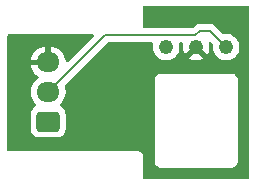
<source format=gbr>
%TF.GenerationSoftware,KiCad,Pcbnew,8.0.0*%
%TF.CreationDate,2024-04-26T15:12:55-04:00*%
%TF.ProjectId,Receiver,52656365-6976-4657-922e-6b696361645f,rev?*%
%TF.SameCoordinates,Original*%
%TF.FileFunction,Copper,L2,Bot*%
%TF.FilePolarity,Positive*%
%FSLAX46Y46*%
G04 Gerber Fmt 4.6, Leading zero omitted, Abs format (unit mm)*
G04 Created by KiCad (PCBNEW 8.0.0) date 2024-04-26 15:12:55*
%MOMM*%
%LPD*%
G01*
G04 APERTURE LIST*
G04 Aperture macros list*
%AMRoundRect*
0 Rectangle with rounded corners*
0 $1 Rounding radius*
0 $2 $3 $4 $5 $6 $7 $8 $9 X,Y pos of 4 corners*
0 Add a 4 corners polygon primitive as box body*
4,1,4,$2,$3,$4,$5,$6,$7,$8,$9,$2,$3,0*
0 Add four circle primitives for the rounded corners*
1,1,$1+$1,$2,$3*
1,1,$1+$1,$4,$5*
1,1,$1+$1,$6,$7*
1,1,$1+$1,$8,$9*
0 Add four rect primitives between the rounded corners*
20,1,$1+$1,$2,$3,$4,$5,0*
20,1,$1+$1,$4,$5,$6,$7,0*
20,1,$1+$1,$6,$7,$8,$9,0*
20,1,$1+$1,$8,$9,$2,$3,0*%
G04 Aperture macros list end*
%TA.AperFunction,ComponentPad*%
%ADD10C,1.219200*%
%TD*%
%TA.AperFunction,ComponentPad*%
%ADD11RoundRect,0.250000X0.725000X-0.600000X0.725000X0.600000X-0.725000X0.600000X-0.725000X-0.600000X0*%
%TD*%
%TA.AperFunction,ComponentPad*%
%ADD12O,1.950000X1.700000*%
%TD*%
%TA.AperFunction,Conductor*%
%ADD13C,0.200000*%
%TD*%
G04 APERTURE END LIST*
D10*
%TO.P,U1,1,1*%
%TO.N,Net-(R1-Pad2)*%
X202730000Y-83000000D03*
%TO.P,U1,2,2*%
%TO.N,GND*%
X205270000Y-83000000D03*
%TO.P,U1,3,3*%
%TO.N,Net-(J1-Pin_2)*%
X207810000Y-83000000D03*
%TD*%
D11*
%TO.P,J1,1,Pin_1*%
%TO.N,Net-(J1-Pin_1)*%
X192725000Y-89300000D03*
D12*
%TO.P,J1,2,Pin_2*%
%TO.N,Net-(J1-Pin_2)*%
X192725000Y-86800000D03*
%TO.P,J1,3,Pin_3*%
%TO.N,GND*%
X192725000Y-84300000D03*
%TD*%
D13*
%TO.N,Net-(J1-Pin_2)*%
X205200000Y-82000000D02*
X197525000Y-82000000D01*
X205600000Y-81600000D02*
X205200000Y-82000000D01*
X206410000Y-81600000D02*
X205600000Y-81600000D01*
X207810000Y-83000000D02*
X206410000Y-81600000D01*
X197525000Y-82000000D02*
X192725000Y-86800000D01*
%TD*%
%TA.AperFunction,Conductor*%
%TO.N,GND*%
G36*
X209714517Y-79520185D02*
G01*
X209760272Y-79572989D01*
X209771478Y-79624500D01*
X209771478Y-94075500D01*
X209751793Y-94142539D01*
X209698989Y-94188294D01*
X209647478Y-94199500D01*
X200896478Y-94199500D01*
X200829439Y-94179815D01*
X200783684Y-94127011D01*
X200772478Y-94075500D01*
X200772478Y-92765891D01*
X201771478Y-92765891D01*
X201805586Y-92893187D01*
X201838532Y-92950250D01*
X201871478Y-93007314D01*
X201964664Y-93100500D01*
X202078792Y-93166392D01*
X202206086Y-93200500D01*
X202206088Y-93200500D01*
X208337868Y-93200500D01*
X208337870Y-93200500D01*
X208465164Y-93166392D01*
X208579292Y-93100500D01*
X208672478Y-93007314D01*
X208738370Y-92893186D01*
X208772478Y-92765892D01*
X208772478Y-85684108D01*
X208738370Y-85556814D01*
X208672478Y-85442686D01*
X208579292Y-85349500D01*
X208522228Y-85316554D01*
X208465165Y-85283608D01*
X208401517Y-85266554D01*
X208337870Y-85249500D01*
X202337870Y-85249500D01*
X202206086Y-85249500D01*
X202078790Y-85283608D01*
X201964664Y-85349500D01*
X201964661Y-85349502D01*
X201871480Y-85442683D01*
X201871478Y-85442686D01*
X201805586Y-85556812D01*
X201771478Y-85684108D01*
X201771478Y-92765891D01*
X200772478Y-92765891D01*
X200772478Y-92234110D01*
X200772478Y-92234108D01*
X200738370Y-92106814D01*
X200672478Y-91992686D01*
X200579292Y-91899500D01*
X200522228Y-91866554D01*
X200465165Y-91833608D01*
X200401517Y-91816554D01*
X200337870Y-91799500D01*
X200337869Y-91799500D01*
X189396478Y-91799500D01*
X189329439Y-91779815D01*
X189283684Y-91727011D01*
X189272478Y-91675500D01*
X189272478Y-82024500D01*
X189292163Y-81957461D01*
X189344967Y-81911706D01*
X189396478Y-81900500D01*
X196475903Y-81900500D01*
X196542942Y-81920185D01*
X196588697Y-81972989D01*
X196598641Y-82042147D01*
X196569616Y-82105703D01*
X196563584Y-82112181D01*
X194410642Y-84265121D01*
X194349319Y-84298606D01*
X194279627Y-84293622D01*
X194223694Y-84251750D01*
X194200488Y-84196838D01*
X194166757Y-83983872D01*
X194166757Y-83983869D01*
X194101095Y-83781782D01*
X194004620Y-83592442D01*
X193879727Y-83420540D01*
X193879723Y-83420535D01*
X193729464Y-83270276D01*
X193729459Y-83270272D01*
X193557557Y-83145379D01*
X193368217Y-83048904D01*
X193166128Y-82983242D01*
X192975000Y-82952969D01*
X192975000Y-83895854D01*
X192908343Y-83857370D01*
X192787535Y-83825000D01*
X192662465Y-83825000D01*
X192541657Y-83857370D01*
X192475000Y-83895854D01*
X192475000Y-82952969D01*
X192283872Y-82983242D01*
X192283869Y-82983242D01*
X192081782Y-83048904D01*
X191892442Y-83145379D01*
X191720540Y-83270272D01*
X191720535Y-83270276D01*
X191570276Y-83420535D01*
X191570272Y-83420540D01*
X191445379Y-83592442D01*
X191348904Y-83781782D01*
X191283242Y-83983870D01*
X191283242Y-83983873D01*
X191272769Y-84050000D01*
X192320854Y-84050000D01*
X192282370Y-84116657D01*
X192250000Y-84237465D01*
X192250000Y-84362535D01*
X192282370Y-84483343D01*
X192320854Y-84550000D01*
X191272769Y-84550000D01*
X191283242Y-84616126D01*
X191283242Y-84616129D01*
X191348904Y-84818217D01*
X191445379Y-85007557D01*
X191570272Y-85179459D01*
X191570276Y-85179464D01*
X191720535Y-85329723D01*
X191720540Y-85329727D01*
X191885218Y-85449372D01*
X191927884Y-85504701D01*
X191933863Y-85574315D01*
X191901258Y-85636110D01*
X191885218Y-85650008D01*
X191720214Y-85769890D01*
X191720209Y-85769894D01*
X191569890Y-85920213D01*
X191444951Y-86092179D01*
X191348444Y-86281585D01*
X191282753Y-86483760D01*
X191249500Y-86693713D01*
X191249500Y-86906286D01*
X191282753Y-87116239D01*
X191348444Y-87318414D01*
X191444951Y-87507820D01*
X191569890Y-87679786D01*
X191708705Y-87818601D01*
X191742190Y-87879924D01*
X191737206Y-87949616D01*
X191695334Y-88005549D01*
X191686121Y-88011821D01*
X191531342Y-88107289D01*
X191407289Y-88231342D01*
X191315187Y-88380663D01*
X191315186Y-88380666D01*
X191260001Y-88547203D01*
X191260001Y-88547204D01*
X191260000Y-88547204D01*
X191249500Y-88649983D01*
X191249500Y-89950001D01*
X191249501Y-89950018D01*
X191260000Y-90052796D01*
X191260001Y-90052799D01*
X191315185Y-90219331D01*
X191315186Y-90219334D01*
X191407288Y-90368656D01*
X191531344Y-90492712D01*
X191680666Y-90584814D01*
X191847203Y-90639999D01*
X191949991Y-90650500D01*
X193500008Y-90650499D01*
X193602797Y-90639999D01*
X193769334Y-90584814D01*
X193918656Y-90492712D01*
X194042712Y-90368656D01*
X194134814Y-90219334D01*
X194189999Y-90052797D01*
X194200500Y-89950009D01*
X194200499Y-88649992D01*
X194189999Y-88547203D01*
X194134814Y-88380666D01*
X194042712Y-88231344D01*
X193918656Y-88107288D01*
X193769334Y-88015186D01*
X193769333Y-88015185D01*
X193763878Y-88011821D01*
X193717154Y-87959873D01*
X193705931Y-87890910D01*
X193733775Y-87826828D01*
X193741272Y-87818623D01*
X193880104Y-87679792D01*
X194005051Y-87507816D01*
X194101557Y-87318412D01*
X194167246Y-87116243D01*
X194200500Y-86906287D01*
X194200500Y-86693713D01*
X194167246Y-86483757D01*
X194122851Y-86347126D01*
X194120857Y-86277290D01*
X194153100Y-86221133D01*
X197737416Y-82636819D01*
X197798739Y-82603334D01*
X197825097Y-82600500D01*
X201525306Y-82600500D01*
X201592345Y-82620185D01*
X201638100Y-82672989D01*
X201648044Y-82742147D01*
X201644573Y-82758433D01*
X201634126Y-82795148D01*
X201615144Y-83000000D01*
X201634126Y-83204849D01*
X201690427Y-83402730D01*
X201690431Y-83402740D01*
X201781997Y-83586629D01*
X201782130Y-83586896D01*
X201844120Y-83668985D01*
X201906112Y-83751076D01*
X202058146Y-83889672D01*
X202058151Y-83889676D01*
X202233062Y-83997976D01*
X202233063Y-83997976D01*
X202233066Y-83997978D01*
X202424905Y-84072297D01*
X202627134Y-84110100D01*
X202627136Y-84110100D01*
X202832864Y-84110100D01*
X202832866Y-84110100D01*
X203035095Y-84072297D01*
X203226934Y-83997978D01*
X203401851Y-83889674D01*
X203553889Y-83751074D01*
X203677870Y-83586896D01*
X203769572Y-83402732D01*
X203825873Y-83204854D01*
X203844856Y-83000000D01*
X203825873Y-82795146D01*
X203815427Y-82758431D01*
X203816015Y-82688566D01*
X203854282Y-82630108D01*
X203918079Y-82601618D01*
X203934694Y-82600500D01*
X204065826Y-82600500D01*
X204132865Y-82620185D01*
X204178620Y-82672989D01*
X204188564Y-82742147D01*
X204185092Y-82758435D01*
X204174619Y-82795239D01*
X204155646Y-82999999D01*
X204155646Y-83000000D01*
X204174619Y-83204761D01*
X204174620Y-83204763D01*
X204230894Y-83402546D01*
X204230900Y-83402561D01*
X204322556Y-83586629D01*
X204322556Y-83586630D01*
X204325679Y-83590766D01*
X204914400Y-83002045D01*
X204914400Y-83046816D01*
X204938634Y-83137256D01*
X204985450Y-83218343D01*
X205051657Y-83284550D01*
X205132744Y-83331366D01*
X205223184Y-83355600D01*
X205267953Y-83355600D01*
X204682337Y-83941213D01*
X204773289Y-83997528D01*
X204773291Y-83997529D01*
X204965040Y-84071812D01*
X205167182Y-84109600D01*
X205372818Y-84109600D01*
X205574959Y-84071812D01*
X205766709Y-83997529D01*
X205766710Y-83997528D01*
X205857661Y-83941213D01*
X205272048Y-83355600D01*
X205316816Y-83355600D01*
X205407256Y-83331366D01*
X205488343Y-83284550D01*
X205554550Y-83218343D01*
X205601366Y-83137256D01*
X205625600Y-83046816D01*
X205625600Y-83002047D01*
X206214319Y-83590766D01*
X206214320Y-83590766D01*
X206217440Y-83586635D01*
X206217443Y-83586629D01*
X206309099Y-83402561D01*
X206309105Y-83402546D01*
X206365379Y-83204763D01*
X206365380Y-83204761D01*
X206384354Y-83000000D01*
X206384354Y-82999999D01*
X206365380Y-82795239D01*
X206340699Y-82708497D01*
X206341285Y-82638630D01*
X206379551Y-82580171D01*
X206443348Y-82551680D01*
X206512421Y-82562204D01*
X206547646Y-82586881D01*
X206676509Y-82715744D01*
X206709994Y-82777067D01*
X206712299Y-82814866D01*
X206695144Y-82999999D01*
X206714126Y-83204849D01*
X206770427Y-83402730D01*
X206770431Y-83402740D01*
X206861997Y-83586629D01*
X206862130Y-83586896D01*
X206924120Y-83668985D01*
X206986112Y-83751076D01*
X207138146Y-83889672D01*
X207138151Y-83889676D01*
X207313062Y-83997976D01*
X207313063Y-83997976D01*
X207313066Y-83997978D01*
X207504905Y-84072297D01*
X207707134Y-84110100D01*
X207707136Y-84110100D01*
X207912864Y-84110100D01*
X207912866Y-84110100D01*
X208115095Y-84072297D01*
X208306934Y-83997978D01*
X208481851Y-83889674D01*
X208633889Y-83751074D01*
X208757870Y-83586896D01*
X208849572Y-83402732D01*
X208905873Y-83204854D01*
X208924856Y-83000000D01*
X208905873Y-82795146D01*
X208849572Y-82597268D01*
X208832112Y-82562204D01*
X208757870Y-82413105D01*
X208757870Y-82413104D01*
X208633889Y-82248926D01*
X208633887Y-82248923D01*
X208481853Y-82110327D01*
X208481848Y-82110323D01*
X208306937Y-82002023D01*
X208306931Y-82002021D01*
X208115095Y-81927703D01*
X207912866Y-81889900D01*
X207707134Y-81889900D01*
X207707132Y-81889900D01*
X207638264Y-81902773D01*
X207568749Y-81895741D01*
X207527800Y-81868565D01*
X206897590Y-81238355D01*
X206897588Y-81238352D01*
X206778717Y-81119481D01*
X206778716Y-81119480D01*
X206691904Y-81069360D01*
X206691904Y-81069359D01*
X206691900Y-81069358D01*
X206641785Y-81040423D01*
X206489057Y-80999499D01*
X206330943Y-80999499D01*
X206323347Y-80999499D01*
X206323331Y-80999500D01*
X205520940Y-80999500D01*
X205480019Y-81010464D01*
X205480019Y-81010465D01*
X205442751Y-81020451D01*
X205368214Y-81040423D01*
X205368209Y-81040426D01*
X205231290Y-81119475D01*
X205231282Y-81119481D01*
X204987583Y-81363181D01*
X204926260Y-81396666D01*
X204899902Y-81399500D01*
X200896478Y-81399500D01*
X200829439Y-81379815D01*
X200783684Y-81327011D01*
X200772478Y-81275500D01*
X200772478Y-79624500D01*
X200792163Y-79557461D01*
X200844967Y-79511706D01*
X200896478Y-79500500D01*
X209647478Y-79500500D01*
X209714517Y-79520185D01*
G37*
%TD.AperFunction*%
%TD*%
M02*

</source>
